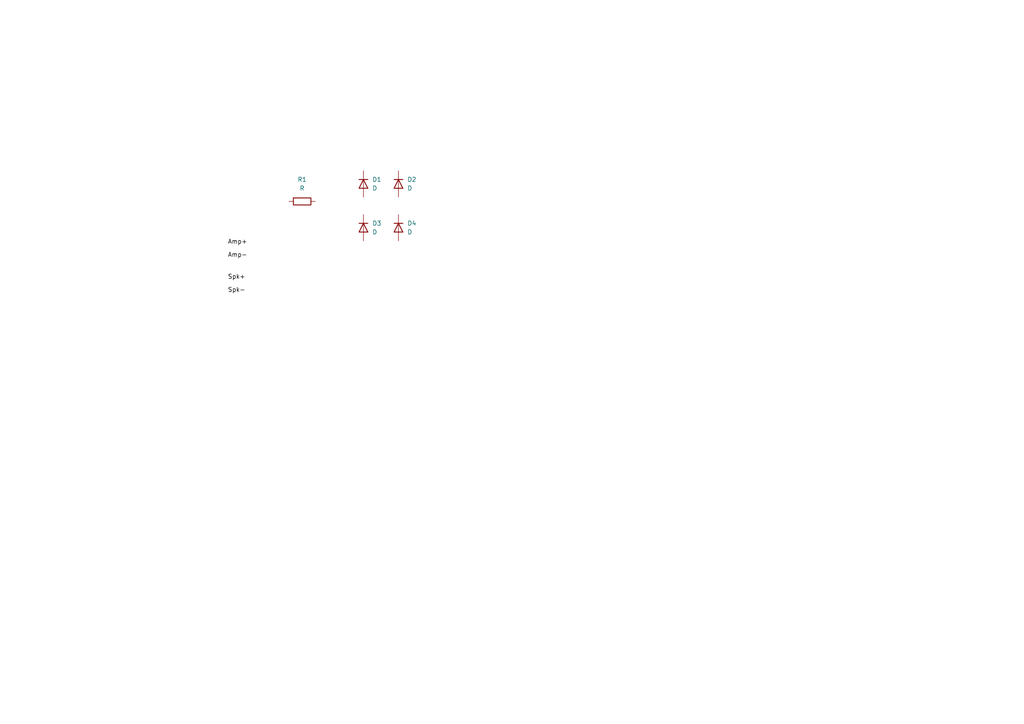
<source format=kicad_sch>
(kicad_sch (version 20231120) (generator "eeschema") (generator_version "8.0")
  (paper "A4")
  (lib_symbols
    (symbol "Device:D" (pin_numbers hide) (pin_names (offset 1.016) hide)
      (property "Reference" "D" (at 0 2.54 0))
      (property "Value" "D" (at 0 -2.54 0))
      (symbol "D_0_1"
        (polyline (pts (xy -1.27 1.27) (xy -1.27 -1.27)) (stroke (width 0.254)))
        (polyline (pts (xy 1.27 0) (xy -1.27 0)))
        (polyline (pts (xy 1.27 1.27) (xy 1.27 -1.27) (xy -1.27 0) (xy 1.27 1.27)) (stroke (width 0.254)))
      )
      (symbol "D_1_1"
        (pin passive line (at -3.81 0 0) (length 2.54) (name "K") (number "1"))
        (pin passive line (at 3.81 0 180) (length 2.54) (name "A") (number "2"))
      )
    )
    (symbol "Device:R" (pin_numbers hide) (pin_names (offset 0))
      (property "Reference" "R" (at 2.032 0 90))
      (property "Value" "R" (at 0 0 90))
      (symbol "R_0_1"
        (rectangle (start -1.016 -2.54) (end 1.016 2.54) (stroke (width 0.254)))
      )
      (symbol "R_1_1"
        (pin passive line (at 0 3.81 270) (length 1.27) (name "~") (number "1"))
        (pin passive line (at 0 -3.81 90) (length 1.27) (name "~") (number "2"))
      )
    )
  )
  (label "Spk+" (at 66.04 81.28 0))
  (label "Amp-" (at 66.04 74.93 0))
  (label "Amp+" (at 66.04 71.12 0))
  (label "Spk-" (at 66.04 85.09 0))
  (symbol (lib_id "Device:D") (at 115.57 66.04 270) (unit 1)
    (property "Reference" "D4" (at 118.11 64.7699 90) (effects (justify left)))
    (property "Value" "D" (at 118.11 67.3099 90) (effects (justify left)))
    (property "Description" "Diode" (effects (hide yes)))
    (property "Sim.Device" "D" (effects (hide yes)))
    (property "Sim.Pins" "1=K 2=A" (effects (hide yes)))
  )
  (symbol (lib_id "Device:D") (at 105.41 53.34 270) (unit 1)
    (property "Reference" "D1" (at 107.95 52.0699 90) (effects (justify left)))
    (property "Value" "D" (at 107.95 54.6099 90) (effects (justify left)))
    (property "Description" "Diode" (effects (hide yes)))
    (property "Sim.Device" "D" (effects (hide yes)))
    (property "Sim.Pins" "1=K 2=A" (effects (hide yes)))
  )
  (symbol (lib_id "Device:D") (at 105.41 66.04 270) (unit 1)
    (property "Reference" "D3" (at 107.95 64.7699 90) (effects (justify left)))
    (property "Value" "D" (at 107.95 67.3099 90) (effects (justify left)))
    (property "Description" "Diode" (effects (hide yes)))
    (property "Sim.Device" "D" (effects (hide yes)))
    (property "Sim.Pins" "1=K 2=A" (effects (hide yes)))
  )
  (symbol (lib_id "Device:D") (at 115.57 53.34 270) (unit 1)
    (property "Reference" "D2" (at 118.11 52.0699 90) (effects (justify left)))
    (property "Value" "D" (at 118.11 54.6099 90) (effects (justify left)))
    (property "Description" "Diode" (effects (hide yes)))
    (property "Sim.Device" "D" (effects (hide yes)))
    (property "Sim.Pins" "1=K 2=A" (effects (hide yes)))
  )
  (symbol (lib_id "Device:R") (at 87.63 58.42 90) (unit 1)
    (property "Reference" "R1" (at 87.63 52.07 90))
    (property "Value" "R" (at 87.63 54.61 90))
    (property "Description" "Resistor" (effects (hide yes)))
  )
)
</source>
